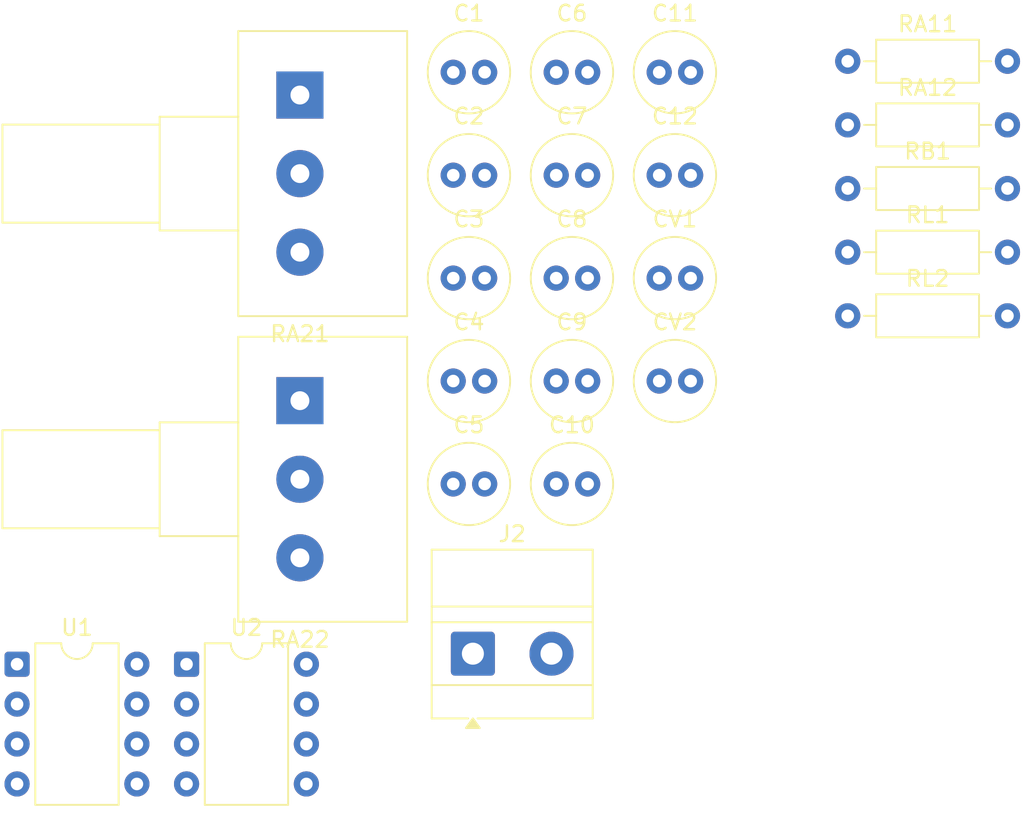
<source format=kicad_pcb>
(kicad_pcb (version 20241229) (generator "pcbnew") (generator_version "9.0")
  (layers (0 "F.Cu" signal) (2 "B.Cu" signal) (13 "F.Paste" user) (15 "B.Paste" user) (5 "F.SilkS" user "F.Silkscreen") (7 "B.SilkS" user "B.Silkscreen") (1 "F.Mask" user) (3 "B.Mask" user) (25 "Edge.Cuts" user))
  (net 0 "")
  (net 25 "Net-(U1-CV)")
  (net 26 "GND")
  (net 27 "Net-(U2-CV)")
  (net 28 "+12V")
  (net 29 "Net-(RA11-Pad2)")
  (net 30 "Net-(U1-DIS)")
  (net 31 "Net-(U2-DIS)")
  (net 32 "Net-(RA12-Pad2)")
  (net 33 "Net-(U1-Q)")
  (net 34 "Net-(U1-THR)")
  (net 35 "Net-(U2-Q)")
  (footprint "Resistor_THT:R_Axial_DIN0207_L6.3mm_D2.5mm_P10.16mm_Horizontal" (layer "F.Cu") (at 184.34 63.45)
    (property "Reference" "RL1" (at 5.08 -2.37 0) (layer "F.SilkS"))
    (property "Value" "100k")
    (fp_line (start 1.04 0) (end 1.81 0) (stroke (width 0.12)) (layer "F.SilkS"))
    (fp_line (start 9.12 0) (end 8.35 0) (stroke (width 0.12)) (layer "F.SilkS"))
    (fp_rect (start 1.81 -1.37) (end 8.35 1.37) (stroke (width 0.12)) (fill no) (layer "F.SilkS"))
    (pad "1" thru_hole circle (at 0 0) (size 1.6 1.6) (drill 0.8) (layers "*.Cu" "*.Mask") (net 33 "Net-(U1-Q)"))
    (pad "2" thru_hole circle (at 10.16 0) (size 1.6 1.6) (drill 0.8) (layers "*.Cu" "*.Mask") (net 26 "GND"))
  )
  (footprint "TerminalBlock_MetzConnect:TerminalBlock_MetzConnect_Type011_RT05502HBLC_1x02_P5.00mm_Horizontal" (layer "F.Cu") (at 160.5 89)
    (property "Reference" "J2" (at 2.5 -7.62 0) (layer "F.SilkS"))
    (property "Value" "BAT1")
    (fp_line (start -2.62 -6.62) (end 7.62 -6.62) (stroke (width 0.12)) (layer "F.SilkS"))
    (fp_line (start -2.62 -3) (end 7.62 -3) (stroke (width 0.12)) (layer "F.SilkS"))
    (fp_line (start -2.62 -2) (end 7.62 -2) (stroke (width 0.12)) (layer "F.SilkS"))
    (fp_line (start -2.62 2) (end 7.62 2) (stroke (width 0.12)) (layer "F.SilkS"))
    (fp_line (start -2.62 4.12) (end -2.62 -6.62) (stroke (width 0.12)) (layer "F.SilkS"))
    (fp_line (start -0.3 4.12) (end -2.62 4.12) (stroke (width 0.12)) (layer "F.SilkS"))
    (fp_line (start 7.62 -6.62) (end 7.62 4.12) (stroke (width 0.12)) (layer "F.SilkS"))
    (fp_line (start 7.62 4.12) (end 0.3 4.12) (stroke (width 0.12)) (layer "F.SilkS"))
    (fp_poly (pts (xy 0 4.12) (xy 0.44 4.73) (xy -0.44 4.73)) (stroke (width 0.12)) (fill yes) (layer "F.SilkS"))
    (pad "1" thru_hole roundrect (at 0 0) (size 2.8 2.8) (drill 1.4) (layers "*.Cu" "*.Mask") (roundrect_rratio 0.089286) (net 28 "+12V"))
    (pad "2" thru_hole circle (at 5 0) (size 2.8 2.8) (drill 1.4) (layers "*.Cu" "*.Mask") (net 26 "GND"))
  )
  (footprint "Capacitor_THT:C_Radial_D5.0mm_H11.0mm_P2.00mm" (layer "F.Cu") (at 159.25 65.1)
    (property "Reference" "C3" (at 1 -3.75 0) (layer "F.SilkS"))
    (property "Value" "1uf")
    (fp_circle (center 1 0) (end 3.62 0) (stroke (width 0.12)) (fill no) (layer "F.SilkS"))
    (pad "1" thru_hole circle (at 0 0) (size 1.6 1.6) (drill 0.8) (layers "*.Cu" "*.Mask"))
    (pad "2" thru_hole circle (at 2 0) (size 1.6 1.6) (drill 0.8) (layers "*.Cu" "*.Mask"))
  )
  (footprint "Capacitor_THT:C_Radial_D5.0mm_H11.0mm_P2.00mm" (layer "F.Cu") (at 159.25 71.65)
    (property "Reference" "C4" (at 1 -3.75 0) (layer "F.SilkS"))
    (property "Value" "0.1uf")
    (fp_circle (center 1 0) (end 3.62 0) (stroke (width 0.12)) (fill no) (layer "F.SilkS"))
    (pad "1" thru_hole circle (at 0 0) (size 1.6 1.6) (drill 0.8) (layers "*.Cu" "*.Mask"))
    (pad "2" thru_hole circle (at 2 0) (size 1.6 1.6) (drill 0.8) (layers "*.Cu" "*.Mask"))
  )
  (footprint "Capacitor_THT:C_Radial_D5.0mm_H11.0mm_P2.00mm" (layer "F.Cu") (at 165.8 58.55)
    (property "Reference" "C7" (at 1 -3.75 0) (layer "F.SilkS"))
    (property "Value" "100uf")
    (fp_circle (center 1 0) (end 3.62 0) (stroke (width 0.12)) (fill no) (layer "F.SilkS"))
    (pad "1" thru_hole circle (at 0 0) (size 1.6 1.6) (drill 0.8) (layers "*.Cu" "*.Mask"))
    (pad "2" thru_hole circle (at 2 0) (size 1.6 1.6) (drill 0.8) (layers "*.Cu" "*.Mask"))
  )
  (footprint "Capacitor_THT:C_Radial_D5.0mm_H11.0mm_P2.00mm" (layer "F.Cu") (at 172.35 58.55)
    (property "Reference" "C12" (at 1 -3.75 0) (layer "F.SilkS"))
    (property "Value" "0.001uf")
    (fp_circle (center 1 0) (end 3.62 0) (stroke (width 0.12)) (fill no) (layer "F.SilkS"))
    (pad "1" thru_hole circle (at 0 0) (size 1.6 1.6) (drill 0.8) (layers "*.Cu" "*.Mask"))
    (pad "2" thru_hole circle (at 2 0) (size 1.6 1.6) (drill 0.8) (layers "*.Cu" "*.Mask"))
  )
  (footprint "Capacitor_THT:C_Radial_D5.0mm_H11.0mm_P2.00mm" (layer "F.Cu") (at 172.35 65.1)
    (property "Reference" "CV1" (at 1 -3.75 0) (layer "F.SilkS"))
    (property "Value" "0.01uf")
    (fp_circle (center 1 0) (end 3.62 0) (stroke (width 0.12)) (fill no) (layer "F.SilkS"))
    (pad "1" thru_hole circle (at 0 0) (size 1.6 1.6) (drill 0.8) (layers "*.Cu" "*.Mask") (net 25 "Net-(U1-CV)"))
    (pad "2" thru_hole circle (at 2 0) (size 1.6 1.6) (drill 0.8) (layers "*.Cu" "*.Mask") (net 26 "GND"))
  )
  (footprint "Resistor_THT:R_Axial_DIN0207_L6.3mm_D2.5mm_P10.16mm_Horizontal" (layer "F.Cu") (at 184.34 55.35)
    (property "Reference" "RA12" (at 5.08 -2.37 0) (layer "F.SilkS"))
    (property "Value" "100")
    (fp_line (start 1.04 0) (end 1.81 0) (stroke (width 0.12)) (layer "F.SilkS"))
    (fp_line (start 9.12 0) (end 8.35 0) (stroke (width 0.12)) (layer "F.SilkS"))
    (fp_rect (start 1.81 -1.37) (end 8.35 1.37) (stroke (width 0.12)) (fill no) (layer "F.SilkS"))
    (pad "1" thru_hole circle (at 0 0) (size 1.6 1.6) (drill 0.8) (layers "*.Cu" "*.Mask") (net 28 "+12V"))
    (pad "2" thru_hole circle (at 10.16 0) (size 1.6 1.6) (drill 0.8) (layers "*.Cu" "*.Mask") (net 32 "Net-(RA12-Pad2)"))
  )
  (footprint "Capacitor_THT:C_Radial_D5.0mm_H11.0mm_P2.00mm" (layer "F.Cu") (at 165.8 78.2)
    (property "Reference" "C10" (at 1 -3.75 0) (layer "F.SilkS"))
    (property "Value" "0.1uf")
    (fp_circle (center 1 0) (end 3.62 0) (stroke (width 0.12)) (fill no) (layer "F.SilkS"))
    (pad "1" thru_hole circle (at 0 0) (size 1.6 1.6) (drill 0.8) (layers "*.Cu" "*.Mask"))
    (pad "2" thru_hole circle (at 2 0) (size 1.6 1.6) (drill 0.8) (layers "*.Cu" "*.Mask"))
  )
  (footprint "Capacitor_THT:C_Radial_D5.0mm_H11.0mm_P2.00mm" (layer "F.Cu") (at 165.8 65.1)
    (property "Reference" "C8" (at 1 -3.75 0) (layer "F.SilkS"))
    (property "Value" "10uf")
    (fp_circle (center 1 0) (end 3.62 0) (stroke (width 0.12)) (fill no) (layer "F.SilkS"))
    (pad "1" thru_hole circle (at 0 0) (size 1.6 1.6) (drill 0.8) (layers "*.Cu" "*.Mask"))
    (pad "2" thru_hole circle (at 2 0) (size 1.6 1.6) (drill 0.8) (layers "*.Cu" "*.Mask"))
  )
  (footprint "Resistor_THT:R_Axial_DIN0207_L6.3mm_D2.5mm_P10.16mm_Horizontal" (layer "F.Cu") (at 184.34 59.4)
    (property "Reference" "RB1" (at 5.08 -2.37 0) (layer "F.SilkS"))
    (property "Value" "14.4k")
    (fp_line (start 1.04 0) (end 1.81 0) (stroke (width 0.12)) (layer "F.SilkS"))
    (fp_line (start 9.12 0) (end 8.35 0) (stroke (width 0.12)) (layer "F.SilkS"))
    (fp_rect (start 1.81 -1.37) (end 8.35 1.37) (stroke (width 0.12)) (fill no) (layer "F.SilkS"))
    (pad "1" thru_hole circle (at 0 0) (size 1.6 1.6) (drill 0.8) (layers "*.Cu" "*.Mask") (net 30 "Net-(U1-DIS)"))
    (pad "2" thru_hole circle (at 10.16 0) (size 1.6 1.6) (drill 0.8) (layers "*.Cu" "*.Mask") (net 34 "Net-(U1-THR)"))
  )
  (footprint "Resistor_THT:R_Axial_DIN0207_L6.3mm_D2.5mm_P10.16mm_Horizontal" (layer "F.Cu") (at 184.34 51.3)
    (property "Reference" "RA11" (at 5.08 -2.37 0) (layer "F.SilkS"))
    (property "Value" "100")
    (fp_line (start 1.04 0) (end 1.81 0) (stroke (width 0.12)) (layer "F.SilkS"))
    (fp_line (start 9.12 0) (end 8.35 0) (stroke (width 0.12)) (layer "F.SilkS"))
    (fp_rect (start 1.81 -1.37) (end 8.35 1.37) (stroke (width 0.12)) (fill no) (layer "F.SilkS"))
    (pad "1" thru_hole circle (at 0 0) (size 1.6 1.6) (drill 0.8) (layers "*.Cu" "*.Mask") (net 28 "+12V"))
    (pad "2" thru_hole circle (at 10.16 0) (size 1.6 1.6) (drill 0.8) (layers "*.Cu" "*.Mask") (net 29 "Net-(RA11-Pad2)"))
  )
  (footprint "Capacitor_THT:C_Radial_D5.0mm_H11.0mm_P2.00mm" (layer "F.Cu") (at 172.35 71.65)
    (property "Reference" "CV2" (at 1 -3.75 0) (layer "F.SilkS"))
    (property "Value" "0.01uf")
    (fp_circle (center 1 0) (end 3.62 0) (stroke (width 0.12)) (fill no) (layer "F.SilkS"))
    (pad "1" thru_hole circle (at 0 0) (size 1.6 1.6) (drill 0.8) (layers "*.Cu" "*.Mask") (net 27 "Net-(U2-CV)"))
    (pad "2" thru_hole circle (at 2 0) (size 1.6 1.6) (drill 0.8) (layers "*.Cu" "*.Mask") (net 26 "GND"))
  )
  (footprint "Capacitor_THT:C_Radial_D5.0mm_H11.0mm_P2.00mm" (layer "F.Cu") (at 165.8 52)
    (property "Reference" "C6" (at 1 -3.75 0) (layer "F.SilkS"))
    (property "Value" "0.001uf")
    (fp_circle (center 1 0) (end 3.62 0) (stroke (width 0.12)) (fill no) (layer "F.SilkS"))
    (pad "1" thru_hole circle (at 0 0) (size 1.6 1.6) (drill 0.8) (layers "*.Cu" "*.Mask"))
    (pad "2" thru_hole circle (at 2 0) (size 1.6 1.6) (drill 0.8) (layers "*.Cu" "*.Mask"))
  )
  (footprint "Capacitor_THT:C_Radial_D5.0mm_H11.0mm_P2.00mm" (layer "F.Cu") (at 159.25 78.2)
    (property "Reference" "C5" (at 1 -3.75 0) (layer "F.SilkS"))
    (property "Value" "0.01uf")
    (fp_circle (center 1 0) (end 3.62 0) (stroke (width 0.12)) (fill no) (layer "F.SilkS"))
    (pad "1" thru_hole circle (at 0 0) (size 1.6 1.6) (drill 0.8) (layers "*.Cu" "*.Mask"))
    (pad "2" thru_hole circle (at 2 0) (size 1.6 1.6) (drill 0.8) (layers "*.Cu" "*.Mask"))
  )
  (footprint "Potentiometer_THT:Potentiometer_Alps_RK163_Single_Horizontal" (layer "F.Cu") (at 149.5 72.9)
    (property "Reference" "RA22" (at 0 15.2 180) (layer "F.SilkS"))
    (property "Value" "100k")
    (fp_line (start -18.92 8.12) (end -18.92 1.88) (stroke (width 0.12)) (layer "F.SilkS"))
    (fp_line (start -8.92 1.88) (end -18.92 1.88) (stroke (width 0.12)) (layer "F.SilkS"))
    (fp_line (start -8.92 8.12) (end -18.92 8.12) (stroke (width 0.12)) (layer "F.SilkS"))
    (fp_line (start -8.92 8.62) (end -8.92 1.38) (stroke (width 0.12)) (layer "F.SilkS"))
    (fp_line (start -3.92 1.38) (end -8.92 1.38) (stroke (width 0.12)) (layer "F.SilkS"))
    (fp_line (start -3.92 8.62) (end -8.92 8.62) (stroke (width 0.12)) (layer "F.SilkS"))
    (fp_line (start -3.92 14.07) (end -3.92 -4.07) (stroke (width 0.12)) (layer "F.SilkS"))
    (fp_line (start 6.82 -4.07) (end -3.92 -4.07) (stroke (width 0.12)) (layer "F.SilkS"))
    (fp_line (start 6.82 14.07) (end -3.92 14.07) (stroke (width 0.12)) (layer "F.SilkS"))
    (fp_line (start 6.82 14.07) (end 6.82 -4.07) (stroke (width 0.12)) (layer "F.SilkS"))
    (pad "1" thru_hole rect (at 0 0 180) (size 3 3) (drill 1.2) (layers "*.Cu" "*.Mask") (net 32 "Net-(RA12-Pad2)"))
    (pad "2" thru_hole circle (at 0 5 180) (size 3 3) (drill 1.2) (layers "*.Cu" "*.Mask") (net 32 "Net-(RA12-Pad2)"))
    (pad "3" thru_hole circle (at 0 10 180) (size 3 3) (drill 1.2) (layers "*.Cu" "*.Mask") (net 31 "Net-(U2-DIS)"))
  )
  (footprint "Capacitor_THT:C_Radial_D5.0mm_H11.0mm_P2.00mm" (layer "F.Cu") (at 159.25 58.55)
    (property "Reference" "C2" (at 1 -3.75 0) (layer "F.SilkS"))
    (property "Value" "10uf")
    (fp_circle (center 1 0) (end 3.62 0) (stroke (width 0.12)) (fill no) (layer "F.SilkS"))
    (pad "1" thru_hole circle (at 0 0) (size 1.6 1.6) (drill 0.8) (layers "*.Cu" "*.Mask"))
    (pad "2" thru_hole circle (at 2 0) (size 1.6 1.6) (drill 0.8) (layers "*.Cu" "*.Mask"))
  )
  (footprint "Capacitor_THT:C_Radial_D5.0mm_H11.0mm_P2.00mm" (layer "F.Cu") (at 165.8 71.65)
    (property "Reference" "C9" (at 1 -3.75 0) (layer "F.SilkS"))
    (property "Value" "1uf")
    (fp_circle (center 1 0) (end 3.62 0) (stroke (width 0.12)) (fill no) (layer "F.SilkS"))
    (pad "1" thru_hole circle (at 0 0) (size 1.6 1.6) (drill 0.8) (layers "*.Cu" "*.Mask"))
    (pad "2" thru_hole circle (at 2 0) (size 1.6 1.6) (drill 0.8) (layers "*.Cu" "*.Mask"))
  )
  (footprint "Package_DIP:DIP-8_W7.62mm" (layer "F.Cu") (at 131.51 89.67)
    (property "Reference" "U1" (at 3.81 -2.33 0) (layer "F.SilkS"))
    (property "Value" "NE555P")
    (fp_line (start 1.16 -1.33) (end 1.16 8.95) (stroke (width 0.12)) (layer "F.SilkS"))
    (fp_line (start 1.16 8.95) (end 6.46 8.95) (stroke (width 0.12)) (layer "F.SilkS"))
    (fp_line (start 2.81 -1.33) (end 1.16 -1.33) (stroke (width 0.12)) (layer "F.SilkS"))
    (fp_line (start 6.46 -1.33) (end 4.81 -1.33) (stroke (width 0.12)) (layer "F.SilkS"))
    (fp_line (start 6.46 8.95) (end 6.46 -1.33) (stroke (width 0.12)) (layer "F.SilkS"))
    (fp_arc (start 4.81 -1.33) (mid 3.81 -0.33) (end 2.81 -1.33) (stroke (width 0.12)) (layer "F.SilkS"))
    (pad "1" thru_hole roundrect (at 0 0) (size 1.6 1.6) (drill 0.8) (layers "*.Cu" "*.Mask") (roundrect_rratio 0.15625) (net 26 "GND"))
    (pad "2" thru_hole circle (at 0 2.54) (size 1.6 1.6) (drill 0.8) (layers "*.Cu" "*.Mask") (net 34 "Net-(U1-THR)"))
    (pad "3" thru_hole circle (at 0 5.08) (size 1.6 1.6) (drill 0.8) (layers "*.Cu" "*.Mask") (net 33 "Net-(U1-Q)"))
    (pad "4" thru_hole circle (at 0 7.62) (size 1.6 1.6) (drill 0.8) (layers "*.Cu" "*.Mask") (net 28 "+12V"))
    (pad "5" thru_hole circle (at 7.62 7.62) (size 1.6 1.6) (drill 0.8) (layers "*.Cu" "*.Mask") (net 25 "Net-(U1-CV)"))
    (pad "6" thru_hole circle (at 7.62 5.08) (size 1.6 1.6) (drill 0.8) (layers "*.Cu" "*.Mask") (net 34 "Net-(U1-THR)"))
    (pad "7" thru_hole circle (at 7.62 2.54) (size 1.6 1.6) (drill 0.8) (layers "*.Cu" "*.Mask") (net 30 "Net-(U1-DIS)"))
    (pad "8" thru_hole circle (at 7.62 0) (size 1.6 1.6) (drill 0.8) (layers "*.Cu" "*.Mask") (net 28 "+12V"))
  )
  (footprint "Capacitor_THT:C_Radial_D5.0mm_H11.0mm_P2.00mm" (layer "F.Cu") (at 172.35 52)
    (property "Reference" "C11" (at 1 -3.75 0) (layer "F.SilkS"))
    (property "Value" "0.01uf")
    (fp_circle (center 1 0) (end 3.62 0) (stroke (width 0.12)) (fill no) (layer "F.SilkS"))
    (pad "1" thru_hole circle (at 0 0) (size 1.6 1.6) (drill 0.8) (layers "*.Cu" "*.Mask"))
    (pad "2" thru_hole circle (at 2 0) (size 1.6 1.6) (drill 0.8) (layers "*.Cu" "*.Mask"))
  )
  (footprint "Potentiometer_THT:Potentiometer_Alps_RK163_Single_Horizontal" (layer "F.Cu") (at 149.5 53.45)
    (property "Reference" "RA21" (at 0 15.2 180) (layer "F.SilkS"))
    (property "Value" "150K")
    (fp_line (start -18.92 8.12) (end -18.92 1.88) (stroke (width 0.12)) (layer "F.SilkS"))
    (fp_line (start -8.92 1.88) (end -18.92 1.88) (stroke (width 0.12)) (layer "F.SilkS"))
    (fp_line (start -8.92 8.12) (end -18.92 8.12) (stroke (width 0.12)) (layer "F.SilkS"))
    (fp_line (start -8.92 8.62) (end -8.92 1.38) (stroke (width 0.12)) (layer "F.SilkS"))
    (fp_line (start -3.92 1.38) (end -8.92 1.38) (stroke (width 0.12)) (layer "F.SilkS"))
    (fp_line (start -3.92 8.62) (end -8.92 8.62) (stroke (width 0.12)) (layer "F.SilkS"))
    (fp_line (start -3.92 14.07) (end -3.92 -4.07) (stroke (width 0.12)) (layer "F.SilkS"))
    (fp_line (start 6.82 -4.07) (end -3.92 -4.07) (stroke (width 0.12)) (layer "F.SilkS"))
    (fp_line (start 6.82 14.07) (end -3.92 14.07) (stroke (width 0.12)) (layer "F.SilkS"))
    (fp_line (start 6.82 14.07) (end 6.82 -4.07) (stroke (width 0.12)) (layer "F.SilkS"))
    (pad "1" thru_hole rect (at 0 0 180) (size 3 3) (drill 1.2) (layers "*.Cu" "*.Mask") (net 29 "Net-(RA11-Pad2)"))
    (pad "2" thru_hole circle (at 0 5 180) (size 3 3) (drill 1.2) (layers "*.Cu" "*.Mask") (net 29 "Net-(RA11-Pad2)"))
    (pad "3" thru_hole circle (at 0 10 180) (size 3 3) (drill 1.2) (layers "*.Cu" "*.Mask") (net 30 "Net-(U1-DIS)"))
  )
  (footprint "Capacitor_THT:C_Radial_D5.0mm_H11.0mm_P2.00mm" (layer "F.Cu") (at 159.25 52)
    (property "Reference" "C1" (at 1 -3.75 0) (layer "F.SilkS"))
    (property "Value" "100uf")
    (fp_circle (center 1 0) (end 3.62 0) (stroke (width 0.12)) (fill no) (layer "F.SilkS"))
    (pad "1" thru_hole circle (at 0 0) (size 1.6 1.6) (drill 0.8) (layers "*.Cu" "*.Mask"))
    (pad "2" thru_hole circle (at 2 0) (size 1.6 1.6) (drill 0.8) (layers "*.Cu" "*.Mask"))
  )
  (footprint "Package_DIP:DIP-8_W7.62mm" (layer "F.Cu") (at 142.29 89.67)
    (property "Reference" "U2" (at 3.81 -2.33 0) (layer "F.SilkS"))
    (property "Value" "NE555P")
    (fp_line (start 1.16 -1.33) (end 1.16 8.95) (stroke (width 0.12)) (layer "F.SilkS"))
    (fp_line (start 1.16 8.95) (end 6.46 8.95) (stroke (width 0.12)) (layer "F.SilkS"))
    (fp_line (start 2.81 -1.33) (end 1.16 -1.33) (stroke (width 0.12)) (layer "F.SilkS"))
    (fp_line (start 6.46 -1.33) (end 4.81 -1.33) (stroke (width 0.12)) (layer "F.SilkS"))
    (fp_line (start 6.46 8.95) (end 6.46 -1.33) (stroke (width 0.12)) (layer "F.SilkS"))
    (fp_arc (start 4.81 -1.33) (mid 3.81 -0.33) (end 2.81 -1.33) (stroke (width 0.12)) (layer "F.SilkS"))
    (pad "1" thru_hole roundrect (at 0 0) (size 1.6 1.6) (drill 0.8) (layers "*.Cu" "*.Mask") (roundrect_rratio 0.15625) (net 26 "GND"))
    (pad "2" thru_hole circle (at 0 2.54) (size 1.6 1.6) (drill 0.8) (layers "*.Cu" "*.Mask") (net 33 "Net-(U1-Q)"))
    (pad "3" thru_hole circle (at 0 5.08) (size 1.6 1.6) (drill 0.8) (layers "*.Cu" "*.Mask") (net 35 "Net-(U2-Q)"))
    (pad "4" thru_hole circle (at 0 7.62) (size 1.6 1.6) (drill 0.8) (layers "*.Cu" "*.Mask") (net 28 "+12V"))
    (pad "5" thru_hole circle (at 7.62 7.62) (size 1.6 1.6) (drill 0.8) (layers "*.Cu" "*.Mask") (net 27 "Net-(U2-CV)"))
    (pad "6" thru_hole circle (at 7.62 5.08) (size 1.6 1.6) (drill 0.8) (layers "*.Cu" "*.Mask") (net 31 "Net-(U2-DIS)"))
    (pad "7" thru_hole circle (at 7.62 2.54) (size 1.6 1.6) (drill 0.8) (layers "*.Cu" "*.Mask") (net 31 "Net-(U2-DIS)"))
    (pad "8" thru_hole circle (at 7.62 0) (size 1.6 1.6) (drill 0.8) (layers "*.Cu" "*.Mask") (net 28 "+12V"))
  )
  (footprint "Resistor_THT:R_Axial_DIN0207_L6.3mm_D2.5mm_P10.16mm_Horizontal" (layer "F.Cu") (at 184.34 67.5)
    (property "Reference" "RL2" (at 5.08 -2.37 0) (layer "F.SilkS"))
    (property "Value" "100")
    (fp_line (start 1.04 0) (end 1.81 0) (stroke (width 0.12)) (layer "F.SilkS"))
    (fp_line (start 9.12 0) (end 8.35 0) (stroke (width 0.12)) (layer "F.SilkS"))
    (fp_rect (start 1.81 -1.37) (end 8.35 1.37) (stroke (width 0.12)) (fill no) (layer "F.SilkS"))
    (pad "1" thru_hole circle (at 0 0) (size 1.6 1.6) (drill 0.8) (layers "*.Cu" "*.Mask") (net 35 "Net-(U2-Q)"))
    (pad "2" thru_hole circle (at 10.16 0) (size 1.6 1.6) (drill 0.8) (layers "*.Cu" "*.Mask") (net 26 "GND"))
  )
)
</source>
